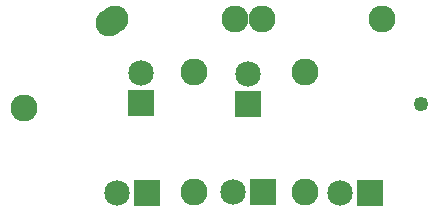
<source format=gbs>
G04 MADE WITH FRITZING*
G04 WWW.FRITZING.ORG*
G04 DOUBLE SIDED*
G04 HOLES PLATED*
G04 CONTOUR ON CENTER OF CONTOUR VECTOR*
%ASAXBY*%
%FSLAX23Y23*%
%MOIN*%
%OFA0B0*%
%SFA1.0B1.0*%
%ADD10C,0.090000*%
%ADD11C,0.085000*%
%ADD12C,0.049370*%
%ADD13R,0.085000X0.085000*%
%LNMASK0*%
G90*
G70*
G54D10*
X639Y708D03*
X356Y425D03*
X639Y708D03*
X356Y425D03*
X1059Y722D03*
X659Y722D03*
X1059Y722D03*
X659Y722D03*
X1293Y544D03*
X1293Y144D03*
X1293Y544D03*
X1293Y144D03*
X1548Y722D03*
X1148Y722D03*
X1548Y722D03*
X1148Y722D03*
X923Y543D03*
X923Y143D03*
X923Y543D03*
X923Y143D03*
G54D11*
X1102Y439D03*
X1102Y539D03*
X765Y141D03*
X665Y141D03*
X1154Y143D03*
X1054Y143D03*
X1511Y142D03*
X1411Y142D03*
X745Y440D03*
X745Y540D03*
G54D12*
X1680Y439D03*
G54D13*
X1102Y439D03*
X765Y141D03*
X1154Y143D03*
X1511Y142D03*
X745Y440D03*
G04 End of Mask0*
M02*
</source>
